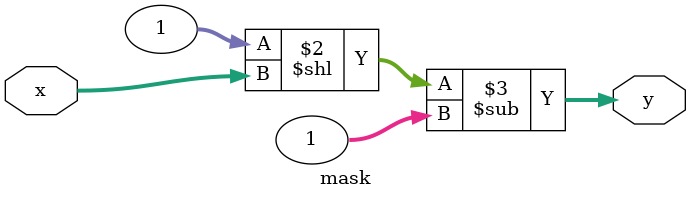
<source format=sv>

`include "libv_pkg.vh"

module mask #(parameter int W = 32) (
  //
    input logic [$clog2(W)-1:0]         x
  //
  , output logic [W - 1:0]              y
);

  typedef logic [W - 1:0]     y_t;

  // ------------------------------------------------------------------------ //
  //
  always_comb
    begin : mask_PROC
      y  = (1 << x) - 'b1;
    end // block: mask_PROC

endmodule // mask


</source>
